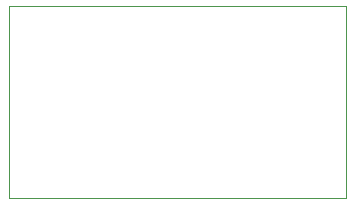
<source format=gm1>
%TF.GenerationSoftware,KiCad,Pcbnew,(6.0.5)*%
%TF.CreationDate,2024-06-21T19:09:36+02:00*%
%TF.ProjectId,pmod_level_shifter_4p,706d6f64-5f6c-4657-9665-6c5f73686966,rev?*%
%TF.SameCoordinates,Original*%
%TF.FileFunction,Profile,NP*%
%FSLAX46Y46*%
G04 Gerber Fmt 4.6, Leading zero omitted, Abs format (unit mm)*
G04 Created by KiCad (PCBNEW (6.0.5)) date 2024-06-21 19:09:36*
%MOMM*%
%LPD*%
G01*
G04 APERTURE LIST*
%TA.AperFunction,Profile*%
%ADD10C,0.100000*%
%TD*%
G04 APERTURE END LIST*
D10*
X140250000Y-94750000D02*
X168750000Y-94750000D01*
X168750000Y-94750000D02*
X168750000Y-111000000D01*
X168750000Y-111000000D02*
X140250000Y-111000000D01*
X140250000Y-111000000D02*
X140250000Y-94750000D01*
M02*

</source>
